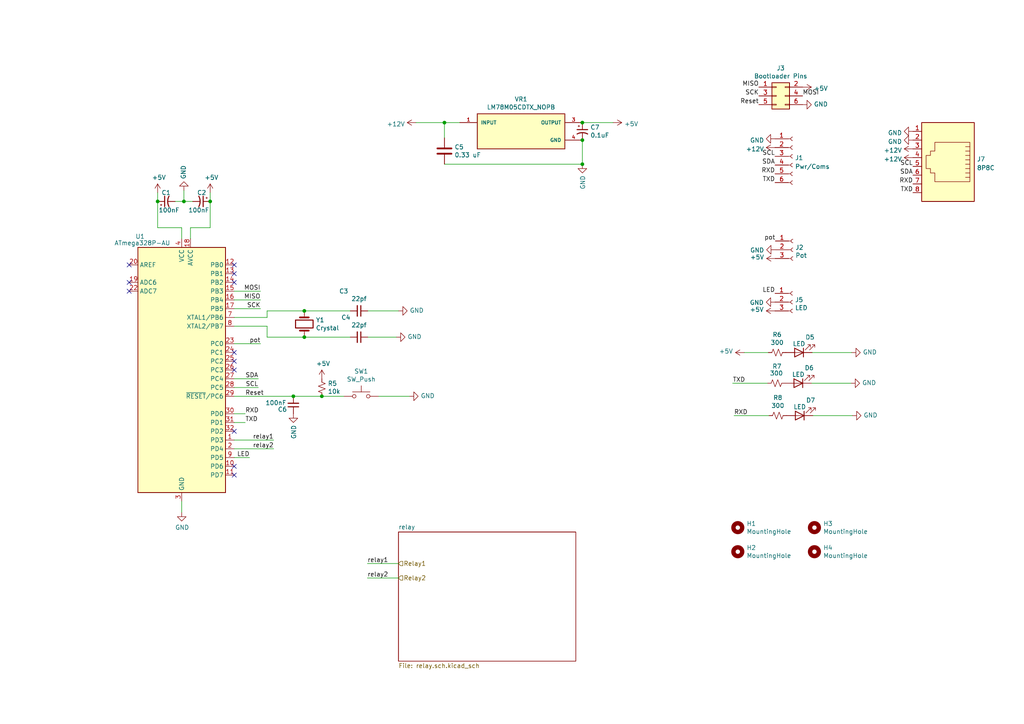
<source format=kicad_sch>
(kicad_sch (version 20211123) (generator eeschema)
  (paper "A4")
  (title_block (title "Dylanduino ATmega328P Linear Actuator Controller") (date "2022-05-30"))
  (lib_symbols
    (symbol "Connector:8P8C" (pin_names (offset 1.016))
      (property "Reference" "J" (at -5.08 13.97 0))
      (property "Value" "8P8C" (at 2.54 13.97 0))
      (symbol "8P8C_0_1"
        (polyline (pts (xy -5.08 4.445) (xy -6.35 4.445)))
        (polyline (pts (xy -5.08 5.715) (xy -6.35 5.715)))
        (polyline (pts (xy -6.35 -3.175) (xy -5.08 -3.175) (xy -5.08 -3.175)))
        (polyline (pts (xy -6.35 -1.905) (xy -5.08 -1.905) (xy -5.08 -1.905)))
        (polyline (pts (xy -6.35 -0.635) (xy -5.08 -0.635) (xy -5.08 -0.635)))
        (polyline (pts (xy -6.35 0.635) (xy -5.08 0.635) (xy -5.08 0.635)))
        (polyline (pts (xy -6.35 1.905) (xy -5.08 1.905) (xy -5.08 1.905)))
        (polyline (pts (xy -5.08 3.175) (xy -6.35 3.175) (xy -6.35 3.175)))
        (polyline (pts (xy -6.35 -4.445) (xy -6.35 6.985) (xy 3.81 6.985) (xy 3.81 4.445) (xy 5.08 4.445) (xy 5.08 3.175) (xy 6.35 3.175) (xy 6.35 -0.635) (xy 5.08 -0.635) (xy 5.08 -1.905) (xy 3.81 -1.905) (xy 3.81 -4.445) (xy -6.35 -4.445) (xy -6.35 -4.445)))
        (rectangle (start 7.62 12.7) (end -7.62 -10.16) (stroke (width 0.254)) (fill (type background)))
      )
      (symbol "8P8C_1_1"
        (pin passive line (at 10.16 -7.62 180) (length 2.54) (name "~") (number "1"))
        (pin passive line (at 10.16 -5.08 180) (length 2.54) (name "~") (number "2"))
        (pin passive line (at 10.16 -2.54 180) (length 2.54) (name "~") (number "3"))
        (pin passive line (at 10.16 0 180) (length 2.54) (name "~") (number "4"))
        (pin passive line (at 10.16 2.54 180) (length 2.54) (name "~") (number "5"))
        (pin passive line (at 10.16 5.08 180) (length 2.54) (name "~") (number "6"))
        (pin passive line (at 10.16 7.62 180) (length 2.54) (name "~") (number "7"))
        (pin passive line (at 10.16 10.16 180) (length 2.54) (name "~") (number "8"))
      )
    )
    (symbol "Connector:Conn_01x03_Female" (pin_names (offset 1.016) hide)
      (property "Reference" "J" (at 0 5.08 0))
      (property "Value" "Conn_01x03_Female" (at 0 -5.08 0))
      (symbol "Conn_01x03_Female_1_1"
        (arc (start 0 -2.032) (mid -0.508 -2.54) (end 0 -3.048) (stroke (width 0.1524)))
        (polyline (pts (xy -1.27 -2.54) (xy -0.508 -2.54)) (stroke (width 0.1524)))
        (polyline (pts (xy -1.27 0) (xy -0.508 0)) (stroke (width 0.1524)))
        (polyline (pts (xy -1.27 2.54) (xy -0.508 2.54)) (stroke (width 0.1524)))
        (arc (start 0 0.508) (mid -0.508 0) (end 0 -0.508) (stroke (width 0.1524)))
        (arc (start 0 3.048) (mid -0.508 2.54) (end 0 2.032) (stroke (width 0.1524)))
        (pin passive line (at -5.08 2.54 0) (length 3.81) (name "Pin_1") (number "1"))
        (pin passive line (at -5.08 0 0) (length 3.81) (name "Pin_2") (number "2"))
        (pin passive line (at -5.08 -2.54 0) (length 3.81) (name "Pin_3") (number "3"))
      )
    )
    (symbol "Connector:Conn_01x06_Female" (pin_names (offset 1.016) hide)
      (property "Reference" "J" (at 0 7.62 0))
      (property "Value" "Conn_01x06_Female" (at 0 -10.16 0))
      (symbol "Conn_01x06_Female_1_1"
        (arc (start 0 -7.112) (mid -0.508 -7.62) (end 0 -8.128) (stroke (width 0.1524)))
        (arc (start 0 -4.572) (mid -0.508 -5.08) (end 0 -5.588) (stroke (width 0.1524)))
        (arc (start 0 -2.032) (mid -0.508 -2.54) (end 0 -3.048) (stroke (width 0.1524)))
        (polyline (pts (xy -1.27 -7.62) (xy -0.508 -7.62)) (stroke (width 0.1524)))
        (polyline (pts (xy -1.27 -5.08) (xy -0.508 -5.08)) (stroke (width 0.1524)))
        (polyline (pts (xy -1.27 -2.54) (xy -0.508 -2.54)) (stroke (width 0.1524)))
        (polyline (pts (xy -1.27 0) (xy -0.508 0)) (stroke (width 0.1524)))
        (polyline (pts (xy -1.27 2.54) (xy -0.508 2.54)) (stroke (width 0.1524)))
        (polyline (pts (xy -1.27 5.08) (xy -0.508 5.08)) (stroke (width 0.1524)))
        (arc (start 0 0.508) (mid -0.508 0) (end 0 -0.508) (stroke (width 0.1524)))
        (arc (start 0 3.048) (mid -0.508 2.54) (end 0 2.032) (stroke (width 0.1524)))
        (arc (start 0 5.588) (mid -0.508 5.08) (end 0 4.572) (stroke (width 0.1524)))
        (pin passive line (at -5.08 5.08 0) (length 3.81) (name "Pin_1") (number "1"))
        (pin passive line (at -5.08 2.54 0) (length 3.81) (name "Pin_2") (number "2"))
        (pin passive line (at -5.08 0 0) (length 3.81) (name "Pin_3") (number "3"))
        (pin passive line (at -5.08 -2.54 0) (length 3.81) (name "Pin_4") (number "4"))
        (pin passive line (at -5.08 -5.08 0) (length 3.81) (name "Pin_5") (number "5"))
        (pin passive line (at -5.08 -7.62 0) (length 3.81) (name "Pin_6") (number "6"))
      )
    )
    (symbol "Connector_Generic:Conn_02x03_Odd_Even" (pin_names (offset 1.016) hide)
      (property "Reference" "J" (at 1.27 5.08 0))
      (property "Value" "Conn_02x03_Odd_Even" (at 1.27 -5.08 0))
      (symbol "Conn_02x03_Odd_Even_1_1"
        (rectangle (start -1.27 -2.413) (end 0 -2.667) (stroke (width 0.1524)))
        (rectangle (start -1.27 0.127) (end 0 -0.127) (stroke (width 0.1524)))
        (rectangle (start -1.27 2.667) (end 0 2.413) (stroke (width 0.1524)))
        (rectangle (start -1.27 3.81) (end 3.81 -3.81) (stroke (width 0.254)) (fill (type background)))
        (rectangle (start 3.81 -2.413) (end 2.54 -2.667) (stroke (width 0.1524)))
        (rectangle (start 3.81 0.127) (end 2.54 -0.127) (stroke (width 0.1524)))
        (rectangle (start 3.81 2.667) (end 2.54 2.413) (stroke (width 0.1524)))
        (pin passive line (at -5.08 2.54 0) (length 3.81) (name "Pin_1") (number "1"))
        (pin passive line (at 7.62 2.54 180) (length 3.81) (name "Pin_2") (number "2"))
        (pin passive line (at -5.08 0 0) (length 3.81) (name "Pin_3") (number "3"))
        (pin passive line (at 7.62 0 180) (length 3.81) (name "Pin_4") (number "4"))
        (pin passive line (at -5.08 -2.54 0) (length 3.81) (name "Pin_5") (number "5"))
        (pin passive line (at 7.62 -2.54 180) (length 3.81) (name "Pin_6") (number "6"))
      )
    )
    (symbol "Device:C" (pin_numbers hide) (pin_names (offset 0.254))
      (property "Reference" "C" (at 0.635 2.54 0))
      (property "Value" "C" (at 0.635 -2.54 0))
      (symbol "C_0_1"
        (polyline (pts (xy -2.032 -0.762) (xy 2.032 -0.762)) (stroke (width 0.508)))
        (polyline (pts (xy -2.032 0.762) (xy 2.032 0.762)) (stroke (width 0.508)))
      )
      (symbol "C_1_1"
        (pin passive line (at 0 3.81 270) (length 2.794) (name "~") (number "1"))
        (pin passive line (at 0 -3.81 90) (length 2.794) (name "~") (number "2"))
      )
    )
    (symbol "Device:CP1_Small" (pin_numbers hide) (pin_names (offset 0.254) hide)
      (property "Reference" "C" (at 0.254 1.778 0))
      (property "Value" "Device_CP1_Small" (at 0.254 -2.032 0))
      (symbol "CP1_Small_0_1"
        (polyline (pts (xy -1.524 0.508) (xy 1.524 0.508)) (stroke (width 0.3048)))
        (polyline (pts (xy -1.27 1.524) (xy -0.762 1.524)))
        (polyline (pts (xy -1.016 1.27) (xy -1.016 1.778)))
        (arc (start 1.524 -0.762) (mid 0 -0.3734) (end -1.524 -0.762) (stroke (width 0.3048)))
      )
      (symbol "CP1_Small_1_1"
        (pin passive line (at 0 2.54 270) (length 2.032) (name "~") (number "1"))
        (pin passive line (at 0 -2.54 90) (length 2.032) (name "~") (number "2"))
      )
    )
    (symbol "Device:C_Small" (pin_numbers hide) (pin_names (offset 0.254) hide)
      (property "Reference" "C" (at 0.254 1.778 0))
      (property "Value" "C_Small" (at 0.254 -2.032 0))
      (symbol "C_Small_0_1"
        (polyline (pts (xy -1.524 -0.508) (xy 1.524 -0.508)) (stroke (width 0.3302)))
        (polyline (pts (xy -1.524 0.508) (xy 1.524 0.508)) (stroke (width 0.3048)))
      )
      (symbol "C_Small_1_1"
        (pin passive line (at 0 2.54 270) (length 2.032) (name "~") (number "1"))
        (pin passive line (at 0 -2.54 90) (length 2.032) (name "~") (number "2"))
      )
    )
    (symbol "Device:Crystal" (pin_numbers hide) (pin_names (offset 1.016) hide)
      (property "Reference" "Y" (at 0 3.81 0))
      (property "Value" "Crystal" (at 0 -3.81 0))
      (symbol "Crystal_0_1"
        (rectangle (start -1.143 2.54) (end 1.143 -2.54) (stroke (width 0.3048)))
        (polyline (pts (xy -2.54 0) (xy -1.905 0)))
        (polyline (pts (xy -1.905 -1.27) (xy -1.905 1.27)) (stroke (width 0.508)))
        (polyline (pts (xy 1.905 -1.27) (xy 1.905 1.27)) (stroke (width 0.508)))
        (polyline (pts (xy 2.54 0) (xy 1.905 0)))
      )
      (symbol "Crystal_1_1"
        (pin passive line (at -3.81 0 0) (length 1.27) (name "1") (number "1"))
        (pin passive line (at 3.81 0 180) (length 1.27) (name "2") (number "2"))
      )
    )
    (symbol "Device:LED" (pin_numbers hide) (pin_names (offset 1.016) hide)
      (property "Reference" "D" (at 0 2.54 0))
      (property "Value" "LED" (at 0 -2.54 0))
      (symbol "LED_0_1"
        (polyline (pts (xy -1.27 -1.27) (xy -1.27 1.27)) (stroke (width 0.254)))
        (polyline (pts (xy -1.27 0) (xy 1.27 0)))
        (polyline (pts (xy 1.27 -1.27) (xy 1.27 1.27) (xy -1.27 0) (xy 1.27 -1.27)) (stroke (width 0.254)))
        (polyline (pts (xy -3.048 -0.762) (xy -4.572 -2.286) (xy -3.81 -2.286) (xy -4.572 -2.286) (xy -4.572 -1.524)))
        (polyline (pts (xy -1.778 -0.762) (xy -3.302 -2.286) (xy -2.54 -2.286) (xy -3.302 -2.286) (xy -3.302 -1.524)))
      )
      (symbol "LED_1_1"
        (pin passive line (at -3.81 0 0) (length 2.54) (name "K") (number "1"))
        (pin passive line (at 3.81 0 180) (length 2.54) (name "A") (number "2"))
      )
    )
    (symbol "Device:R_Small_US" (pin_numbers hide) (pin_names (offset 0.254) hide)
      (property "Reference" "R" (at 0.762 0.508 0))
      (property "Value" "R_Small_US" (at 0.762 -1.016 0))
      (symbol "R_Small_US_1_1"
        (polyline (pts (xy 0 0) (xy 1.016 -0.381) (xy 0 -0.762) (xy -1.016 -1.143) (xy 0 -1.524)))
        (polyline (pts (xy 0 1.524) (xy 1.016 1.143) (xy 0 0.762) (xy -1.016 0.381) (xy 0 0)))
        (pin passive line (at 0 2.54 270) (length 1.016) (name "~") (number "1"))
        (pin passive line (at 0 -2.54 90) (length 1.016) (name "~") (number "2"))
      )
    )
    (symbol "LM78M05CDTX_NOPB:LM78M05CDTX_NOPB" (pin_names (offset 1.016))
      (property "Reference" "VR" (at -12.7 5.842 0))
      (property "Value" "LM78M05CDTX_NOPB_LM78M05CDTX_NOPB" (at -12.7 -5.842 0))
      (symbol "LM78M05CDTX_NOPB_0_0"
        (rectangle (start -12.7 -5.08) (end 12.7 5.08) (stroke (width 0.254)) (fill (type background)))
        (pin input line (at -17.78 2.54 0) (length 5.08) (name "INPUT") (number "1"))
        (pin output line (at 17.78 2.54 180) (length 5.08) (name "OUTPUT") (number "3"))
        (pin power_in line (at 17.78 -2.54 180) (length 5.08) (name "GND") (number "4"))
      )
    )
    (symbol "MCU_Microchip_ATmega:ATmega328P-AU"
      (property "Reference" "U" (at -12.7 36.83 0))
      (property "Value" "MCU_Microchip_ATmega_ATmega328P-AU" (at 2.54 -36.83 0))
      (symbol "ATmega328P-AU_0_1"
        (rectangle (start -12.7 -35.56) (end 12.7 35.56) (stroke (width 0.254)) (fill (type background)))
      )
      (symbol "ATmega328P-AU_1_1"
        (pin bidirectional line (at 15.24 -20.32 180) (length 2.54) (name "PD3") (number "1"))
        (pin bidirectional line (at 15.24 -27.94 180) (length 2.54) (name "PD6") (number "10"))
        (pin bidirectional line (at 15.24 -30.48 180) (length 2.54) (name "PD7") (number "11"))
        (pin bidirectional line (at 15.24 30.48 180) (length 2.54) (name "PB0") (number "12"))
        (pin bidirectional line (at 15.24 27.94 180) (length 2.54) (name "PB1") (number "13"))
        (pin bidirectional line (at 15.24 25.4 180) (length 2.54) (name "PB2") (number "14"))
        (pin bidirectional line (at 15.24 22.86 180) (length 2.54) (name "PB3") (number "15"))
        (pin bidirectional line (at 15.24 20.32 180) (length 2.54) (name "PB4") (number "16"))
        (pin bidirectional line (at 15.24 17.78 180) (length 2.54) (name "PB5") (number "17"))
        (pin power_in line (at 2.54 38.1 270) (length 2.54) (name "AVCC") (number "18"))
        (pin input line (at -15.24 25.4 0) (length 2.54) (name "ADC6") (number "19"))
        (pin bidirectional line (at 15.24 -22.86 180) (length 2.54) (name "PD4") (number "2"))
        (pin passive line (at -15.24 30.48 0) (length 2.54) (name "AREF") (number "20"))
        (pin passive line (at 0 -38.1 90) (length 2.54) hide (name "GND") (number "21"))
        (pin input line (at -15.24 22.86 0) (length 2.54) (name "ADC7") (number "22"))
        (pin bidirectional line (at 15.24 7.62 180) (length 2.54) (name "PC0") (number "23"))
        (pin bidirectional line (at 15.24 5.08 180) (length 2.54) (name "PC1") (number "24"))
        (pin bidirectional line (at 15.24 2.54 180) (length 2.54) (name "PC2") (number "25"))
        (pin bidirectional line (at 15.24 0 180) (length 2.54) (name "PC3") (number "26"))
        (pin bidirectional line (at 15.24 -2.54 180) (length 2.54) (name "PC4") (number "27"))
        (pin bidirectional line (at 15.24 -5.08 180) (length 2.54) (name "PC5") (number "28"))
        (pin bidirectional line (at 15.24 -7.62 180) (length 2.54) (name "~{RESET}/PC6") (number "29"))
        (pin power_in line (at 0 -38.1 90) (length 2.54) (name "GND") (number "3"))
        (pin bidirectional line (at 15.24 -12.7 180) (length 2.54) (name "PD0") (number "30"))
        (pin bidirectional line (at 15.24 -15.24 180) (length 2.54) (name "PD1") (number "31"))
        (pin bidirectional line (at 15.24 -17.78 180) (length 2.54) (name "PD2") (number "32"))
        (pin power_in line (at 0 38.1 270) (length 2.54) (name "VCC") (number "4"))
        (pin passive line (at 0 -38.1 90) (length 2.54) hide (name "GND") (number "5"))
        (pin passive line (at 0 38.1 270) (length 2.54) hide (name "VCC") (number "6"))
        (pin bidirectional line (at 15.24 15.24 180) (length 2.54) (name "XTAL1/PB6") (number "7"))
        (pin bidirectional line (at 15.24 12.7 180) (length 2.54) (name "XTAL2/PB7") (number "8"))
        (pin bidirectional line (at 15.24 -25.4 180) (length 2.54) (name "PD5") (number "9"))
      )
    )
    (symbol "Mechanical:MountingHole" (pin_names (offset 1.016))
      (property "Reference" "H" (at 0 5.08 0))
      (property "Value" "MountingHole" (at 0 3.175 0))
      (symbol "MountingHole_0_1"
        (circle (center 0 0) (radius 1.27) (stroke (width 1.27)))
      )
    )
    (symbol "Switch:SW_Push" (pin_numbers hide) (pin_names (offset 1.016) hide)
      (property "Reference" "SW" (at 1.27 2.54 0))
      (property "Value" "SW_Push" (at 0 -1.524 0))
      (symbol "SW_Push_0_1"
        (circle (center -2.032 0) (radius 0.508))
        (polyline (pts (xy 0 1.27) (xy 0 3.048)))
        (polyline (pts (xy 2.54 1.27) (xy -2.54 1.27)))
        (circle (center 2.032 0) (radius 0.508))
        (pin passive line (at -5.08 0 0) (length 2.54) (name "1") (number "1"))
        (pin passive line (at 5.08 0 180) (length 2.54) (name "2") (number "2"))
      )
    )
    (symbol "power:+12V" (power) (pin_names (offset 0))
      (property "Value" "+12V" (at 0 3.556 0))
      (symbol "+12V_0_1"
        (polyline (pts (xy -0.762 1.27) (xy 0 2.54)))
        (polyline (pts (xy 0 0) (xy 0 2.54)))
        (polyline (pts (xy 0 2.54) (xy 0.762 1.27)))
      )
      (symbol "+12V_1_1"
        (pin power_in line (at 0 0 90) (length 0) hide (name "+12V") (number "1"))
      )
    )
    (symbol "power:+5V" (power) (pin_names (offset 0))
      (property "Value" "+5V" (at 0 3.556 0))
      (symbol "+5V_0_1"
        (polyline (pts (xy -0.762 1.27) (xy 0 2.54)))
        (polyline (pts (xy 0 0) (xy 0 2.54)))
        (polyline (pts (xy 0 2.54) (xy 0.762 1.27)))
      )
      (symbol "+5V_1_1"
        (pin power_in line (at 0 0 90) (length 0) hide (name "+5V") (number "1"))
      )
    )
    (symbol "power:GND" (power) (pin_names (offset 0))
      (property "Value" "GND" (at 0 -3.81 0))
      (symbol "GND_0_1"
        (polyline (pts (xy 0 0) (xy 0 -1.27) (xy 1.27 -1.27) (xy 0 -2.54) (xy -1.27 -1.27) (xy 0 -1.27)))
      )
      (symbol "GND_1_1"
        (pin power_in line (at 0 0 270) (length 0) hide (name "GND") (number "1"))
      )
    )
  )
  (junction (at 60.96 58.42))
  (junction (at 53.34 58.42))
  (junction (at 168.91 47.625))
  (junction (at 88.265 90.17))
  (junction (at 168.91 35.56))
  (junction (at 168.91 40.64))
  (junction (at 93.345 114.935))
  (junction (at 85.09 114.935))
  (junction (at 88.265 97.79))
  (junction (at 45.72 58.42))
  (junction (at 128.905 35.56))
  (no_connect (at 37.465 84.455))
  (no_connect (at 37.465 76.835))
  (no_connect (at 67.945 107.315))
  (no_connect (at 67.945 125.095))
  (no_connect (at 67.945 79.375))
  (no_connect (at 67.945 102.235))
  (no_connect (at 67.945 104.775))
  (no_connect (at 67.945 76.835))
  (no_connect (at 37.465 81.915))
  (no_connect (at 67.945 135.255))
  (no_connect (at 67.945 137.795))
  (no_connect (at 67.945 81.915))
  (wire (pts (xy 74.93 112.395) (xy 67.945 112.395)))
  (wire (pts (xy 45.72 58.42) (xy 45.72 66.04)))
  (wire (pts (xy 128.905 35.56) (xy 133.35 35.56)))
  (wire (pts (xy 106.553 163.449) (xy 115.57 163.449)))
  (wire (pts (xy 128.905 40.005) (xy 128.905 35.56)))
  (wire (pts (xy 106.553 167.64) (xy 115.57 167.64)))
  (wire (pts (xy 115.57 90.17) (xy 106.68 90.17)))
  (wire (pts (xy 215.8746 102.2604) (xy 222.8596 102.2604)))
  (wire (pts (xy 168.91 40.64) (xy 168.91 47.625)))
  (wire (pts (xy 60.96 58.42) (xy 60.96 55.88)))
  (wire (pts (xy 53.34 55.245) (xy 53.34 58.42)))
  (wire (pts (xy 99.695 114.935) (xy 93.345 114.935)))
  (wire (pts (xy 88.265 90.17) (xy 101.6 90.17)))
  (wire (pts (xy 72.39 132.715) (xy 67.945 132.715)))
  (wire (pts (xy 53.34 58.42) (xy 55.88 58.42)))
  (wire (pts (xy 67.945 94.615) (xy 77.47 94.615)))
  (wire (pts (xy 235.7628 120.5484) (xy 247.1928 120.5484)))
  (wire (pts (xy 45.72 66.04) (xy 52.705 66.04)))
  (wire (pts (xy 67.945 114.935) (xy 85.09 114.935)))
  (wire (pts (xy 52.705 66.04) (xy 52.705 69.215)))
  (wire (pts (xy 67.945 99.695) (xy 75.565 99.695)))
  (wire (pts (xy 235.3564 111.1504) (xy 246.7864 111.1504)))
  (wire (pts (xy 52.705 148.59) (xy 52.705 145.415)))
  (wire (pts (xy 88.265 97.79) (xy 101.6 97.79)))
  (wire (pts (xy 235.5596 102.2604) (xy 246.9896 102.2604)))
  (wire (pts (xy 67.945 92.075) (xy 77.47 92.075)))
  (wire (pts (xy 71.12 120.015) (xy 67.945 120.015)))
  (wire (pts (xy 77.47 94.615) (xy 77.47 97.79)))
  (wire (pts (xy 212.4964 111.1504) (xy 222.6564 111.1504)))
  (wire (pts (xy 67.945 109.855) (xy 74.93 109.855)))
  (wire (pts (xy 120.65 35.56) (xy 128.905 35.56)))
  (wire (pts (xy 114.935 97.79) (xy 106.68 97.79)))
  (wire (pts (xy 77.47 90.17) (xy 88.265 90.17)))
  (wire (pts (xy 109.855 114.935) (xy 118.745 114.935)))
  (wire (pts (xy 67.945 122.555) (xy 71.12 122.555)))
  (wire (pts (xy 75.565 84.455) (xy 67.945 84.455)))
  (wire (pts (xy 67.945 86.995) (xy 75.565 86.995)))
  (wire (pts (xy 168.91 35.56) (xy 177.8 35.56)))
  (wire (pts (xy 77.47 97.79) (xy 88.265 97.79)))
  (wire (pts (xy 85.09 114.935) (xy 93.345 114.935)))
  (wire (pts (xy 212.9028 120.5484) (xy 223.0628 120.5484)))
  (wire (pts (xy 55.245 66.04) (xy 60.96 66.04)))
  (wire (pts (xy 67.945 130.175) (xy 79.375 130.175)))
  (wire (pts (xy 50.8 58.42) (xy 53.34 58.42)))
  (wire (pts (xy 75.565 89.535) (xy 67.945 89.535)))
  (wire (pts (xy 55.245 69.215) (xy 55.245 66.04)))
  (wire (pts (xy 77.47 92.075) (xy 77.47 90.17)))
  (wire (pts (xy 45.72 55.88) (xy 45.72 58.42)))
  (wire (pts (xy 67.945 127.635) (xy 79.375 127.635)))
  (wire (pts (xy 60.96 66.04) (xy 60.96 58.42)))
  (wire (pts (xy 128.905 47.625) (xy 168.91 47.625)))
  (label "Reset" (at 220.091 30.353 180))
  (label "SCL" (at 264.795 48.26 180))
  (label "SDA" (at 224.79 47.879 180))
  (label "TXD" (at 71.12 122.555 0))
  (label "MOSI" (at 75.565 84.455 180))
  (label "relay2" (at 79.375 130.175 180))
  (label "Reset" (at 71.12 114.935 0))
  (label "MOSI" (at 232.791 27.813 0))
  (label "TXD" (at 212.4964 111.1504 0))
  (label "RXD" (at 71.12 120.015 0))
  (label "relay1" (at 106.553 163.449 0))
  (label "LED" (at 72.39 132.715 180))
  (label "TXD" (at 224.79 52.959 180))
  (label "pot" (at 224.8916 69.9008 180))
  (label "MISO" (at 220.091 25.273 180))
  (label "RXD" (at 264.795 53.34 180))
  (label "RXD" (at 212.9028 120.5484 0))
  (label "TXD" (at 264.795 55.88 180))
  (label "relay1" (at 79.375 127.635 180))
  (label "relay2" (at 106.553 167.64 0))
  (label "SCL" (at 74.93 112.395 180))
  (label "SDA" (at 264.795 50.8 180))
  (label "SCK" (at 220.091 27.813 180))
  (label "LED" (at 224.79 85.09 180))
  (label "SCK" (at 75.565 89.535 180))
  (label "MISO" (at 75.565 86.995 180))
  (label "SCL" (at 224.79 45.339 180))
  (label "pot" (at 75.565 99.695 180))
  (label "RXD" (at 224.79 50.419 180))
  (label "SDA" (at 74.93 109.855 180))
  (hierarchical_label "Relay1" (shape input) (at 115.57 163.449 0))
  (hierarchical_label "Relay2" (shape input) (at 115.57 167.64 0))
  (symbol (lib_id "MCU_Microchip_ATmega:ATmega328P-AU") (at 52.705 107.315 0) (unit 1)
    (property "Reference" "U1" (at 40.64 68.58 0))
    (property "Value" "ATmega328P-AU" (at 41.275 70.485 0))
    (property "Footprint" "Package_QFP:TQFP-32_7x7mm_P0.8mm" (effects hide))
    (property "Datasheet" "http://ww1.microchip.com/downloads/en/DeviceDoc/ATmega328_P%20AVR%20MCU%20with%20picoPower%20Technology%20Data%20Sheet%2040001984A.pdf" (effects hide))
  )
  (symbol (lib_id "Switch:SW_Push") (at 104.775 114.935 0) (unit 1)
    (property "Reference" "SW1" (at 104.775 107.696 0))
    (property "Value" "SW_Push" (at 104.775 110.0074 0))
    (property "Footprint" "dylan:PTS636SK25SMTRLFS" (effects hide))
  )
  (symbol (lib_id "Device:R_Small_US") (at 93.345 112.395 0) (unit 1)
    (property "Reference" "R5" (at 95.0722 111.2266 0) (effects (justify left)))
    (property "Value" "10k" (at 95.0722 113.538 0) (effects (justify left)))
    (property "Footprint" "Resistor_SMD:R_0805_2012Metric" (effects hide))
  )
  (symbol (lib_id "power:+5V") (at 93.345 109.855 0) (unit 1)
    (property "Reference" "#PWR0101" (effects hide))
    (property "Value" "+5V" (at 93.726 105.4608 0))
  )
  (symbol (lib_id "power:GND") (at 118.745 114.935 90) (unit 1)
    (property "Reference" "#PWR0102" (effects hide))
    (property "Value" "GND" (at 121.9962 114.808 90) (effects (justify right)))
  )
  (symbol (lib_id "power:GND") (at 52.705 148.59 0) (unit 1)
    (property "Reference" "#PWR0103" (effects hide))
    (property "Value" "GND" (at 52.832 152.9842 0))
  )
  (symbol (lib_id "Device:Crystal") (at 88.265 93.98 270) (unit 1)
    (property "Reference" "Y1" (at 91.5924 92.8116 90) (effects (justify left)))
    (property "Value" "Crystal" (at 91.5924 95.123 90) (effects (justify left)))
    (property "Footprint" "dylan:XTAL_ECS-160-20-5PXDN-TR" (effects hide))
  )
  (symbol (lib_id "Device:C_Small") (at 104.14 90.17 270) (unit 1)
    (property "Reference" "C3" (at 99.695 84.455 90))
    (property "Value" "22pf" (at 104.14 86.6648 90))
    (property "Footprint" "Capacitor_SMD:C_0603_1608Metric" (effects hide))
  )
  (symbol (lib_id "Device:C_Small") (at 104.14 97.79 270) (unit 1)
    (property "Reference" "C4" (at 100.33 92.075 90))
    (property "Value" "22pf" (at 104.14 94.2848 90))
    (property "Footprint" "Capacitor_SMD:C_0603_1608Metric" (effects hide))
  )
  (symbol (lib_id "power:GND") (at 114.935 97.79 90) (unit 1)
    (property "Reference" "#PWR0104" (effects hide))
    (property "Value" "GND" (at 118.1862 97.663 90) (effects (justify right)))
  )
  (symbol (lib_id "power:GND") (at 115.57 90.17 90) (unit 1)
    (property "Reference" "#PWR0105" (effects hide))
    (property "Value" "GND" (at 118.8212 90.043 90) (effects (justify right)))
  )
  (symbol (lib_id "power:+5V") (at 45.72 55.88 0) (unit 1)
    (property "Reference" "#PWR0106" (effects hide))
    (property "Value" "+5V" (at 46.101 51.4858 0))
  )
  (symbol (lib_id "Connector:Conn_01x03_Female") (at 229.87 87.63 0) (unit 1)
    (property "Reference" "J5" (at 230.5812 86.9696 0) (effects (justify left)))
    (property "Value" "LED" (at 230.5812 89.281 0) (effects (justify left)))
    (property "Footprint" "Connector_PinHeader_2.54mm:PinHeader_1x03_P2.54mm_Vertical" (effects hide))
  )
  (symbol (lib_id "power:+5V") (at 224.79 90.17 90) (unit 1)
    (property "Reference" "#PWR0120" (effects hide))
    (property "Value" "+5V" (at 221.5388 89.789 90) (effects (justify left)))
  )
  (symbol (lib_id "power:GND") (at 224.79 87.63 270) (unit 1)
    (property "Reference" "#PWR0121" (effects hide))
    (property "Value" "GND" (at 221.5388 87.757 90) (effects (justify right)))
  )
  (symbol (lib_id "power:GND") (at 246.9896 102.2604 90) (unit 1)
    (property "Reference" "#PWR0122" (effects hide))
    (property "Value" "GND" (at 250.2408 102.1334 90) (effects (justify right)))
  )
  (symbol (lib_id "Device:R_Small_US") (at 225.3996 102.2604 270) (unit 1)
    (property "Reference" "R6" (at 225.3996 97.0534 90))
    (property "Value" "300" (at 225.3996 99.3648 90))
    (property "Footprint" "Resistor_SMD:R_0603_1608Metric" (effects hide))
  )
  (symbol (lib_id "Device:LED") (at 231.7496 102.2604 180) (unit 1)
    (property "Reference" "D5" (at 234.9246 97.8154 0))
    (property "Value" "LED" (at 231.7496 99.7204 0))
    (property "Footprint" "LED_SMD:LED_0402_1005Metric" (effects hide))
  )
  (symbol (lib_id "power:+5V") (at 215.8746 102.2604 90) (unit 1)
    (property "Reference" "#PWR0123" (effects hide))
    (property "Value" "+5V" (at 212.6234 101.8794 90) (effects (justify left)))
  )
  (symbol (lib_id "power:+5V") (at 232.791 25.273 270) (unit 1)
    (property "Reference" "#PWR0115" (effects hide))
    (property "Value" "+5V" (at 236.0422 25.654 90) (effects (justify left)))
  )
  (symbol (lib_id "power:GND") (at 232.791 30.353 90) (unit 1)
    (property "Reference" "#PWR0116" (effects hide))
    (property "Value" "GND" (at 236.0422 30.226 90) (effects (justify right)))
  )
  (symbol (lib_id "LM78M05CDTX_NOPB:LM78M05CDTX_NOPB") (at 151.13 38.1 0) (unit 1)
    (property "Reference" "VR1" (at 151.13 28.7782 0))
    (property "Value" "LM78M05CDTX_NOPB" (at 151.13 31.0896 0))
    (property "Footprint" "dylan:TO228P991X255-3N" (effects hide))
    (property "SNAPEDA_PACKAGE_ID" "102662" (effects hide))
    (property "STANDARD" "IPC-7351B" (effects hide))
    (property "PARTREV" "G" (effects hide))
    (property "MANUFACTURER" "Texas Instruments" (effects hide))
    (property "MAXIMUM_PACKAGE_HEIGHT" "2.55mm" (effects hide))
  )
  (symbol (lib_id "power:GND") (at 246.7864 111.1504 90) (unit 1)
    (property "Reference" "#PWR0124" (effects hide))
    (property "Value" "GND" (at 250.0376 111.0234 90) (effects (justify right)))
  )
  (symbol (lib_id "Device:R_Small_US") (at 225.1964 111.1504 270) (unit 1)
    (property "Reference" "R7" (at 225.3488 106.2736 90))
    (property "Value" "300" (at 225.1964 108.2548 90))
    (property "Footprint" "Resistor_SMD:R_0603_1608Metric" (effects hide))
  )
  (symbol (lib_id "Device:LED") (at 231.5464 111.1504 180) (unit 1)
    (property "Reference" "D6" (at 234.7214 106.7054 0))
    (property "Value" "LED" (at 231.5464 108.6104 0))
    (property "Footprint" "LED_SMD:LED_0402_1005Metric" (effects hide))
  )
  (symbol (lib_id "power:GND") (at 247.1928 120.5484 90) (unit 1)
    (property "Reference" "#PWR0125" (effects hide))
    (property "Value" "GND" (at 250.444 120.4214 90) (effects (justify right)))
  )
  (symbol (lib_id "Device:R_Small_US") (at 225.6028 120.5484 270) (unit 1)
    (property "Reference" "R8" (at 225.6028 115.3414 90))
    (property "Value" "300" (at 225.6028 117.6528 90))
    (property "Footprint" "Resistor_SMD:R_0603_1608Metric" (effects hide))
  )
  (symbol (lib_id "Device:LED") (at 231.9528 120.5484 180) (unit 1)
    (property "Reference" "D7" (at 235.1278 116.1034 0))
    (property "Value" "LED" (at 231.9528 118.0084 0))
    (property "Footprint" "LED_SMD:LED_0402_1005Metric" (effects hide))
  )
  (symbol (lib_id "power:GND") (at 168.91 47.625 0) (unit 1)
    (property "Reference" "#PWR0118" (effects hide))
    (property "Value" "GND" (at 169.037 50.8762 90) (effects (justify right)))
  )
  (symbol (lib_id "power:+5V") (at 177.8 35.56 270) (unit 1)
    (property "Reference" "#PWR0119" (effects hide))
    (property "Value" "+5V" (at 181.0512 35.941 90) (effects (justify left)))
  )
  (symbol (lib_id "Device:CP1_Small") (at 168.91 38.1 0) (unit 1)
    (property "Reference" "C7" (at 171.2214 36.9316 0) (effects (justify left)))
    (property "Value" "0.1uF" (at 171.2214 39.243 0) (effects (justify left)))
    (property "Footprint" "Capacitor_SMD:C_0603_1608Metric" (effects hide))
  )
  (symbol (lib_id "Device:C") (at 128.905 43.815 0) (unit 1)
    (property "Reference" "C5" (at 131.826 42.6466 0) (effects (justify left)))
    (property "Value" "0.33 uF" (at 131.826 44.958 0) (effects (justify left)))
    (property "Footprint" "Capacitor_SMD:C_0603_1608Metric" (effects hide))
  )
  (symbol (lib_id "power:+5V") (at 60.96 55.88 0) (unit 1)
    (property "Reference" "#PWR0126" (effects hide))
    (property "Value" "+5V" (at 61.341 51.4858 0))
  )
  (symbol (lib_id "Device:C_Small") (at 85.09 117.475 180) (unit 1)
    (property "Reference" "C6" (at 81.915 118.745 0))
    (property "Value" "100nF" (at 80.01 116.84 0))
    (property "Footprint" "Capacitor_SMD:C_0603_1608Metric" (effects hide))
  )
  (symbol (lib_id "Device:CP1_Small") (at 58.42 58.42 270) (unit 1)
    (property "Reference" "C2" (at 57.15 55.88 90) (effects (justify left)))
    (property "Value" "100nF" (at 54.61 60.96 90) (effects (justify left)))
    (property "Footprint" "Capacitor_SMD:C_0603_1608Metric" (effects hide))
  )
  (symbol (lib_id "Device:CP1_Small") (at 48.26 58.42 90) (unit 1)
    (property "Reference" "C1" (at 49.53 55.88 90) (effects (justify left)))
    (property "Value" "100nF" (at 52.07 60.96 90) (effects (justify left)))
    (property "Footprint" "Capacitor_SMD:C_0603_1608Metric" (effects hide))
  )
  (symbol (lib_id "Connector_Generic:Conn_02x03_Odd_Even") (at 225.171 27.813 0) (unit 1)
    (property "Reference" "J3" (at 226.441 19.7612 0))
    (property "Value" "Bootloader Pins" (at 226.441 22.0726 0))
    (property "Footprint" "Connector_PinHeader_2.54mm:PinHeader_2x03_P2.54mm_Vertical" (effects hide))
  )
  (symbol (lib_id "Mechanical:MountingHole") (at 213.995 153.035 0) (unit 1)
    (property "Reference" "H1" (at 216.535 151.8666 0) (effects (justify left)))
    (property "Value" "MountingHole" (at 216.535 154.178 0) (effects (justify left)))
    (property "Footprint" "MountingHole:MountingHole_2.2mm_M2" (effects hide))
  )
  (symbol (lib_id "Mechanical:MountingHole") (at 213.995 160.02 0) (unit 1)
    (property "Reference" "H2" (at 216.535 158.8516 0) (effects (justify left)))
    (property "Value" "MountingHole" (at 216.535 161.163 0) (effects (justify left)))
    (property "Footprint" "MountingHole:MountingHole_2.2mm_M2" (effects hide))
  )
  (symbol (lib_id "Mechanical:MountingHole") (at 236.22 160.02 0) (unit 1)
    (property "Reference" "H4" (at 238.76 158.8516 0) (effects (justify left)))
    (property "Value" "MountingHole" (at 238.76 161.163 0) (effects (justify left)))
    (property "Footprint" "MountingHole:MountingHole_2.2mm_M2" (effects hide))
  )
  (symbol (lib_id "Mechanical:MountingHole") (at 236.22 153.035 0) (unit 1)
    (property "Reference" "H3" (at 238.76 151.8666 0) (effects (justify left)))
    (property "Value" "MountingHole" (at 238.76 154.178 0) (effects (justify left)))
    (property "Footprint" "MountingHole:MountingHole_2.2mm_M2" (effects hide))
  )
  (symbol (lib_id "power:GND") (at 53.34 55.245 180) (unit 1)
    (property "Reference" "#PWR01" (effects hide))
    (property "Value" "GND" (at 53.213 51.9938 90) (effects (justify right)))
  )
  (symbol (lib_id "power:GND") (at 85.09 120.015 0) (unit 1)
    (property "Reference" "#PWR02" (effects hide))
    (property "Value" "GND" (at 85.217 123.2662 90) (effects (justify right)))
  )
  (symbol (lib_id "power:GND") (at 224.8916 72.4408 270) (unit 1)
    (property "Reference" "#PWR0113" (effects hide))
    (property "Value" "GND" (at 221.6404 72.5678 90) (effects (justify right)))
  )
  (symbol (lib_id "power:+5V") (at 224.8916 74.9808 90) (unit 1)
    (property "Reference" "#PWR0112" (effects hide))
    (property "Value" "+5V" (at 221.6404 74.5998 90) (effects (justify left)))
  )
  (symbol (lib_id "power:+12V") (at 224.79 42.799 90) (unit 1)
    (property "Reference" "#PWR0109" (effects hide))
    (property "Value" "+12V" (at 221.615 43.2328 90) (effects (justify left)))
  )
  (symbol (lib_id "power:GND") (at 264.795 40.64 270) (unit 1)
    (property "Reference" "#PWR0133" (effects hide))
    (property "Value" "GND" (at 261.6201 41.0738 90) (effects (justify right)))
  )
  (symbol (lib_id "power:+12V") (at 120.65 35.56 90) (unit 1)
    (property "Reference" "#PWR0107" (effects hide))
    (property "Value" "+12V" (at 117.475 35.9938 90) (effects (justify left)))
  )
  (symbol (lib_id "power:GND") (at 264.795 38.1 270) (unit 1)
    (property "Reference" "#PWR0128" (effects hide))
    (property "Value" "GND" (at 261.6201 38.5338 90) (effects (justify right)))
  )
  (symbol (lib_id "power:GND") (at 224.79 40.259 270) (unit 1)
    (property "Reference" "#PWR0110" (effects hide))
    (property "Value" "GND" (at 221.6151 40.6928 90) (effects (justify right)))
  )
  (symbol (lib_id "Connector:8P8C") (at 274.955 45.72 180) (unit 1)
    (property "Reference" "J7" (at 283.337 46.1553 0) (effects (justify right)))
    (property "Value" "8P8C" (at 283.337 48.6922 0) (effects (justify right)))
    (property "Footprint" "Connector_RJ:RJ45_Ninigi_GE" (effects hide))
  )
  (symbol (lib_id "Connector:Conn_01x03_Female") (at 229.9716 72.4408 0) (unit 1)
    (property "Reference" "J2" (at 230.6828 71.7804 0) (effects (justify left)))
    (property "Value" "Pot" (at 230.6828 74.0918 0) (effects (justify left)))
    (property "Footprint" "Connector_PinHeader_2.54mm:PinHeader_1x03_P2.54mm_Vertical" (effects hide))
  )
  (symbol (lib_id "power:+12V") (at 264.795 43.18 90) (unit 1)
    (property "Reference" "#PWR0134" (effects hide))
    (property "Value" "+12V" (at 261.62 43.6138 90) (effects (justify left)))
  )
  (symbol (lib_id "Connector:Conn_01x06_Female") (at 229.87 45.339 0) (unit 1)
    (property "Reference" "J1" (at 230.5812 45.7743 0) (effects (justify left)))
    (property "Value" "Pwr/Coms" (at 230.5812 48.3112 0) (effects (justify left)))
    (property "Footprint" "Connector_PinHeader_2.54mm:PinHeader_1x06_P2.54mm_Vertical" (effects hide))
  )
  (symbol (lib_id "power:+12V") (at 264.795 45.72 90) (unit 1)
    (property "Reference" "#PWR0127" (effects hide))
    (property "Value" "+12V" (at 261.62 46.1538 90) (effects (justify left)))
  )
  (sheet (at 115.57 154.305) (size 51.435 37.465) (stroke (width 0.1524))
    (property "Sheet name" "relay" (at 115.57 153.5934 0) (effects (justify left bottom)))
    (property "Sheet file" "relay.sch.kicad_sch" (at 115.57 192.3546 0) (effects (justify left top)))
  )
)
</source>
